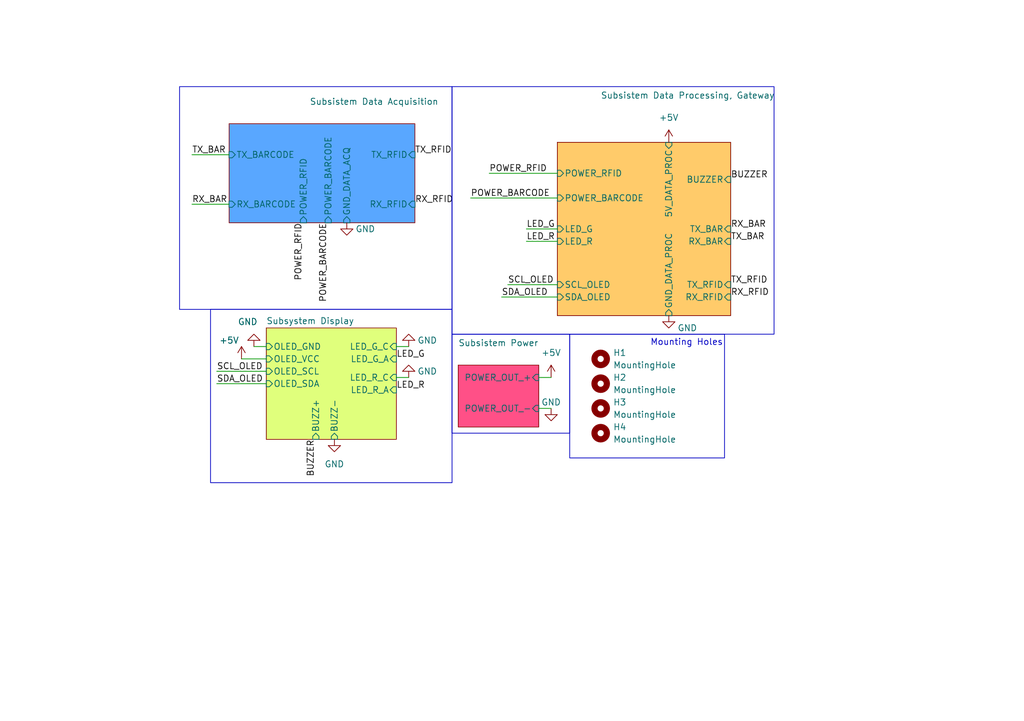
<source format=kicad_sch>
(kicad_sch (version 20230121) (generator eeschema)
  (paper "A5")
  (title_block (title "WMS Scanner") (date "2024-03-05") (rev "2.1") (company "Institut Teknologi Bandung") (comment 1 "Bostang Palaguna") (comment 2 "Designed By:"))
  (lib_symbols
    (symbol "Mechanical:MountingHole" (pin_names (offset 1.016))
      (property "Reference" "H" (at 0 5.08 0))
      (property "Value" "MountingHole" (at 0 3.175 0))
      (symbol "MountingHole_0_1"
        (circle (center 0 0) (radius 1.27) (stroke (width 1.27)))
      )
    )
    (symbol "power:+5V" (power) (pin_names (offset 0))
      (property "Value" "+5V" (at 0 3.556 0))
      (symbol "+5V_0_1"
        (polyline (pts (xy -0.762 1.27) (xy 0 2.54)))
        (polyline (pts (xy 0 0) (xy 0 2.54)))
        (polyline (pts (xy 0 2.54) (xy 0.762 1.27)))
      )
      (symbol "+5V_1_1"
        (pin power_in line (at 0 0 90) (length 0) hide (name "+5V") (number "1"))
      )
    )
    (symbol "power:GND" (power) (pin_names (offset 0))
      (property "Value" "GND" (at 0 -3.81 0))
      (symbol "GND_0_1"
        (polyline (pts (xy 0 0) (xy 0 -1.27) (xy 1.27 -1.27) (xy 0 -2.54) (xy -1.27 -1.27) (xy 0 -1.27)))
      )
      (symbol "GND_1_1"
        (pin power_in line (at 0 0 270) (length 0) hide (name "GND") (number "1"))
      )
    )
  )
  (wire (pts (xy 110.49 77.47) (xy 113.03 77.47)))
  (wire (pts (xy 81.28 71.12) (xy 83.82 71.12)))
  (wire (pts (xy 102.87 60.96) (xy 114.3 60.96)))
  (wire (pts (xy 100.33 35.56) (xy 114.3 35.56)))
  (wire (pts (xy 96.52 40.64) (xy 114.3 40.64)))
  (wire (pts (xy 44.45 76.2) (xy 54.61 76.2)))
  (wire (pts (xy 49.53 73.66) (xy 54.61 73.66)))
  (wire (pts (xy 39.37 41.91) (xy 46.99 41.91)))
  (wire (pts (xy 44.45 78.74) (xy 54.61 78.74)))
  (wire (pts (xy 110.49 83.82) (xy 113.03 83.82)))
  (wire (pts (xy 52.07 71.12) (xy 54.61 71.12)))
  (wire (pts (xy 107.95 49.53) (xy 114.3 49.53)))
  (wire (pts (xy 107.95 46.99) (xy 114.3 46.99)))
  (wire (pts (xy 39.37 31.75) (xy 46.99 31.75)))
  (wire (pts (xy 104.14 58.42) (xy 114.3 58.42)))
  (wire (pts (xy 81.28 77.47) (xy 83.82 77.47)))
  (rectangle (start 92.71 68.58) (end 116.84 88.9))
  (rectangle (start 43.18 63.5) (end 92.71 99.06))
  (rectangle (start 92.71 17.78) (end 158.75 68.58))
  (rectangle (start 116.84 68.58) (end 148.59 93.98))
  (rectangle (start 36.83 17.78) (end 92.71 63.5))
  (text "Mounting Holes" (at 133.35 71.12 0) (effects (font (size 1.27 1.27)) (justify left bottom)))
  (label "BUZZER" (at 64.77 90.17 270))
  (label "POWER_RFID" (at 62.23 45.72 270))
  (label "RX_BAR" (at 39.37 41.91 0))
  (label "LED_G" (at 81.28 73.66 0))
  (label "SDA_OLED" (at 102.87 60.96 0))
  (label "POWER_BARCODE" (at 96.52 40.64 0))
  (label "SCL_OLED" (at 44.45 76.2 0))
  (label "TX_BAR" (at 149.86 49.53 0))
  (label "LED_G" (at 107.95 46.99 0))
  (label "RX_BAR" (at 149.86 46.99 0))
  (label "POWER_RFID" (at 100.33 35.56 0))
  (label "SCL_OLED" (at 104.14 58.42 0))
  (label "RX_RFID" (at 85.09 41.91 0))
  (label "POWER_BARCODE" (at 67.31 45.72 270))
  (label "SDA_OLED" (at 44.45 78.74 0))
  (label "LED_R" (at 81.28 80.01 0))
  (label "TX_RFID" (at 85.09 31.75 0))
  (label "TX_RFID" (at 149.86 58.42 0))
  (label "LED_R" (at 107.95 49.53 0))
  (label "TX_BAR" (at 39.37 31.75 0))
  (label "RX_RFID" (at 149.86 60.96 0))
  (label "BUZZER" (at 149.86 36.83 0))
  (symbol (lib_id "power:GND") (at 71.12 45.72 0) (unit 1)
    (property "Reference" "#PWR012" (effects hide))
    (property "Value" "GND" (at 74.93 46.99 0))
  )
  (symbol (lib_id "Mechanical:MountingHole") (at 123.19 78.74 0) (unit 1)
    (property "Reference" "H2" (at 125.73 77.47 0) (effects (justify left)))
    (property "Value" "MountingHole" (at 125.73 80.01 0) (effects (justify left)))
    (property "Footprint" "MountingHole:MountingHole_2.2mm_M2" (effects hide))
  )
  (symbol (lib_id "power:+5V") (at 113.03 77.47 0) (unit 1)
    (property "Reference" "#PWR02" (effects hide))
    (property "Value" "+5V" (at 113.03 72.39 0))
  )
  (symbol (lib_id "power:+5V") (at 137.16 29.21 0) (unit 1)
    (property "Reference" "#PWR04" (effects hide))
    (property "Value" "+5V" (at 137.16 24.13 0))
  )
  (symbol (lib_id "power:GND") (at 83.82 71.12 180) (unit 1)
    (property "Reference" "#PWR021" (effects hide))
    (property "Value" "GND" (at 87.63 69.85 0))
  )
  (symbol (lib_id "power:+5V") (at 49.53 73.66 0) (unit 1)
    (property "Reference" "#PWR015" (effects hide))
    (property "Value" "+5V" (at 46.99 69.85 0))
  )
  (symbol (lib_id "Mechanical:MountingHole") (at 123.19 88.9 0) (unit 1)
    (property "Reference" "H4" (at 125.73 87.63 0) (effects (justify left)))
    (property "Value" "MountingHole" (at 125.73 90.17 0) (effects (justify left)))
    (property "Footprint" "MountingHole:MountingHole_2.2mm_M2" (effects hide))
  )
  (symbol (lib_id "power:GND") (at 52.07 71.12 180) (unit 1)
    (property "Reference" "#PWR017" (effects hide))
    (property "Value" "GND" (at 50.8 66.04 0))
  )
  (symbol (lib_id "Mechanical:MountingHole") (at 123.19 73.66 0) (unit 1)
    (property "Reference" "H1" (at 125.73 72.39 0) (effects (justify left)))
    (property "Value" "MountingHole" (at 125.73 74.93 0) (effects (justify left)))
    (property "Footprint" "MountingHole:MountingHole_2.2mm_M2" (effects hide))
  )
  (symbol (lib_id "power:GND") (at 68.58 90.17 0) (unit 1)
    (property "Reference" "#PWR020" (effects hide))
    (property "Value" "GND" (at 68.58 95.25 0))
  )
  (symbol (lib_id "power:GND") (at 83.82 77.47 180) (unit 1)
    (property "Reference" "#PWR022" (effects hide))
    (property "Value" "GND" (at 87.63 76.2 0))
  )
  (symbol (lib_id "power:GND") (at 137.16 64.77 0) (unit 1)
    (property "Reference" "#PWR05" (effects hide))
    (property "Value" "GND" (at 140.97 67.31 0))
  )
  (symbol (lib_id "Mechanical:MountingHole") (at 123.19 83.82 0) (unit 1)
    (property "Reference" "H3" (at 125.73 82.55 0) (effects (justify left)))
    (property "Value" "MountingHole" (at 125.73 85.09 0) (effects (justify left)))
    (property "Footprint" "MountingHole:MountingHole_2.2mm_M2" (effects hide))
  )
  (symbol (lib_id "power:GND") (at 113.03 83.82 0) (unit 1)
    (property "Reference" "#PWR03" (effects hide))
    (property "Value" "GND" (at 113.03 82.55 0))
  )
  (sheet (at 93.98 74.93) (size 16.51 12.7) (stroke (width 0.1524)) (fill (color 255 80 135 1.0000))
    (property "Sheetname" "Subsistem Power" (at 93.98 71.12 0) (effects (justify left bottom)))
    (property "Sheetfile" "Power.kicad_sch" (effects hide))
    (pin "POWER_OUT_+" input (at 110.49 77.47 0))
    (pin "POWER_OUT_-" input (at 110.49 83.82 0))
  )
  (sheet (at 114.3 29.21) (size 35.56 35.56) (stroke (width 0.1524)) (fill (color 255 203 106 1.0000))
    (property "Sheetname" "Subsistem Data Processing, Gateway" (at 123.19 20.32 0) (effects (justify left bottom)))
    (property "Sheetfile" "PSoC.kicad_sch" (effects hide))
    (pin "RX_BAR" input (at 149.86 49.53 0))
    (pin "RX_RFID" input (at 149.86 60.96 0))
    (pin "TX_RFID" input (at 149.86 58.42 0))
    (pin "TX_BAR" input (at 149.86 46.99 0))
    (pin "GND_DATA_PROC" input (at 137.16 64.77 270))
    (pin "5V_DATA_PROC" input (at 137.16 29.21 90))
    (pin "LED_G" input (at 114.3 46.99 180))
    (pin "LED_R" input (at 114.3 49.53 180))
    (pin "SCL_OLED" input (at 114.3 58.42 180))
    (pin "SDA_OLED" input (at 114.3 60.96 180))
    (pin "BUZZER" input (at 149.86 36.83 0))
    (pin "POWER_BARCODE" input (at 114.3 40.64 180))
    (pin "POWER_RFID" input (at 114.3 35.56 180))
  )
  (sheet (at 54.61 67.31) (size 26.67 22.86) (stroke (width 0.1524)) (fill (color 224 255 124 1.0000))
    (property "Sheetname" "Subsystem Display" (at 54.61 66.5984 0) (effects (justify left bottom)))
    (property "Sheetfile" "Display.kicad_sch" (effects hide))
    (pin "OLED_VCC" input (at 54.61 73.66 180))
    (pin "OLED_SCL" input (at 54.61 76.2 180))
    (pin "OLED_GND" input (at 54.61 71.12 180))
    (pin "LED_G_C" input (at 81.28 71.12 0))
    (pin "LED_G_A" input (at 81.28 73.66 0))
    (pin "LED_R_C" input (at 81.28 77.47 0))
    (pin "LED_R_A" input (at 81.28 80.01 0))
    (pin "BUZZ+" input (at 64.77 90.17 270))
    (pin "BUZZ-" input (at 68.58 90.17 270))
    (pin "OLED_SDA" input (at 54.61 78.74 180))
  )
  (sheet (at 46.99 25.4) (size 38.1 20.32) (stroke (width 0.1524)) (fill (color 89 167 255 1.0000))
    (property "Sheetname" "Subsistem Data Acquisition" (at 63.5 21.59 0) (effects (justify left bottom)))
    (property "Sheetfile" "DataAcquisition.kicad_sch" (effects hide))
    (pin "TX_BARCODE" input (at 46.99 31.75 180))
    (pin "GND_DATA_ACQ" input (at 71.12 45.72 270))
    (pin "RX_BARCODE" input (at 46.99 41.91 180))
    (pin "TX_RFID" input (at 85.09 31.75 0))
    (pin "RX_RFID" input (at 85.09 41.91 0))
    (pin "POWER_BARCODE" input (at 67.31 45.72 270))
    (pin "POWER_RFID" input (at 62.23 45.72 270))
  )
)
</source>
